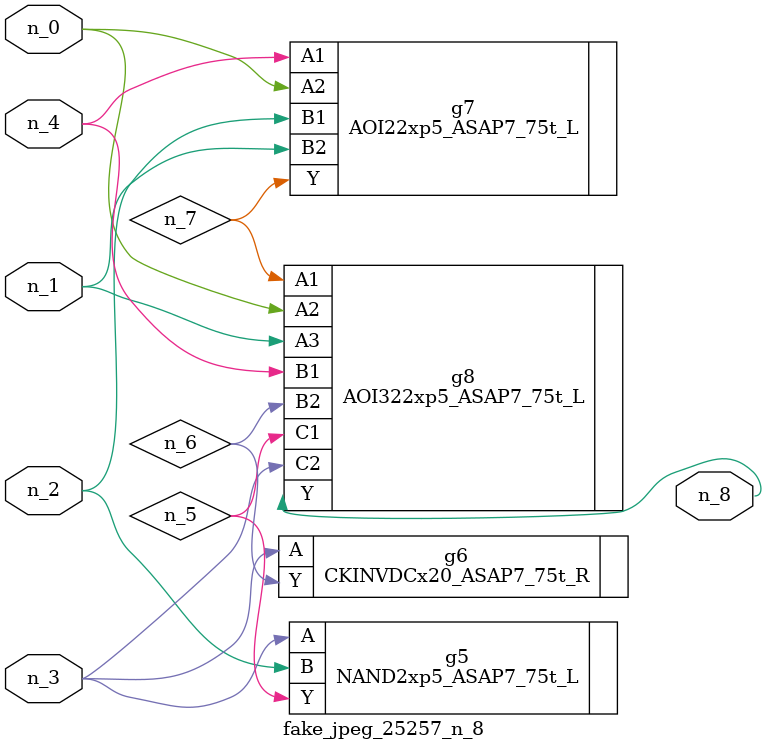
<source format=v>
module fake_jpeg_25257_n_8 (n_3, n_2, n_1, n_0, n_4, n_8);

input n_3;
input n_2;
input n_1;
input n_0;
input n_4;

output n_8;

wire n_6;
wire n_5;
wire n_7;

NAND2xp5_ASAP7_75t_L g5 ( 
.A(n_3),
.B(n_2),
.Y(n_5)
);

CKINVDCx20_ASAP7_75t_R g6 ( 
.A(n_3),
.Y(n_6)
);

AOI22xp5_ASAP7_75t_L g7 ( 
.A1(n_4),
.A2(n_0),
.B1(n_2),
.B2(n_1),
.Y(n_7)
);

AOI322xp5_ASAP7_75t_L g8 ( 
.A1(n_7),
.A2(n_0),
.A3(n_1),
.B1(n_4),
.B2(n_6),
.C1(n_5),
.C2(n_3),
.Y(n_8)
);


endmodule
</source>
